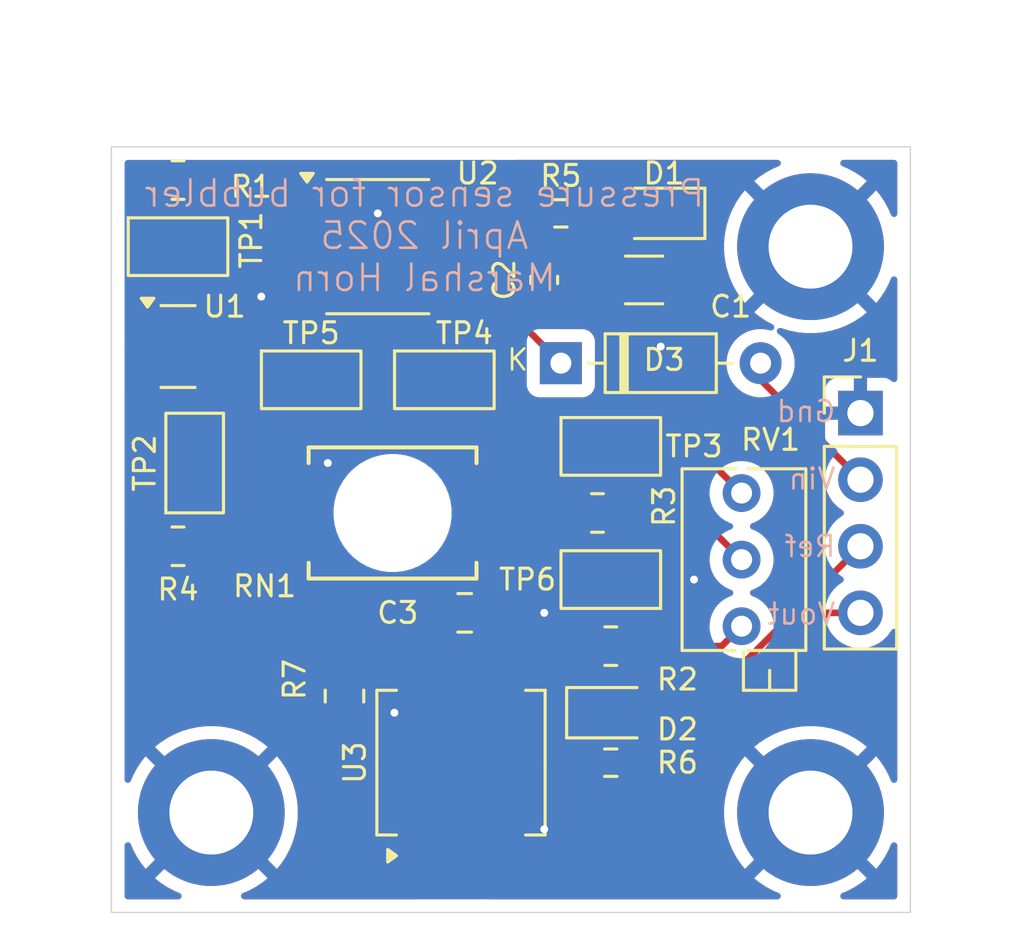
<source format=kicad_pcb>
(kicad_pcb (version 20241229) (generator "pcbnew") (generator_version "9.0")
  (layers (0 "F.Cu" signal) (2 "B.Cu" signal) (13 "F.Paste" user) (15 "B.Paste" user) (5 "F.SilkS" user "F.Silkscreen") (7 "B.SilkS" user "B.Silkscreen") (1 "F.Mask" user) (3 "B.Mask" user) (25 "Edge.Cuts" user))
  (net 0 "")
  (net 1 "GND")
  (net 2 "+12V")
  (net 3 "Net-(D1-A)")
  (net 4 "Net-(D2-A)")
  (net 5 "/PRESS_RET")
  (net 6 "Net-(D3-A)")
  (net 7 "/PRESSURE")
  (net 8 "Net-(U1-K)")
  (net 9 "Net-(R2-Pad1)")
  (net 10 "Net-(R3-Pad1)")
  (net 11 "Net-(RN1-(-))")
  (net 12 "Net-(RN1-Gnd)")
  (net 13 "Net-(R7-Pad2)")
  (net 14 "Net-(R7-Pad1)")
  (net 15 "Net-(RN1-(+))")
  (net 16 "Net-(RN1-Vin)")
  (footprint "Package_TO_SOT_SMD:SOT-23" (layer "F.Cu") (at 113.03 63.5)
    (property "Reference" "U1" (at 1.778 -1.524 0) (layer "F.SilkS") (effects (font (size 0.8 0.8) (thickness 0.12))))
    (property "Value" "LM4041DYM3-1.2")
    (fp_line (start 0 -1.56) (end -0.65 -1.56) (stroke (width 0.12)) (layer "F.SilkS"))
    (fp_line (start 0 -1.56) (end 0.65 -1.56) (stroke (width 0.12)) (layer "F.SilkS"))
    (fp_line (start 0 1.56) (end -0.65 1.56) (stroke (width 0.12)) (layer "F.SilkS"))
    (fp_line (start 0 1.56) (end 0.65 1.56) (stroke (width 0.12)) (layer "F.SilkS"))
    (fp_poly (pts (xy -1.1625 -1.51) (xy -1.4025 -1.84) (xy -0.9225 -1.84)) (stroke (width 0.12)) (fill yes) (layer "F.SilkS"))
    (pad "1" smd roundrect (at -0.9375 -0.95) (size 1.475 0.6) (layers "F.Cu" "F.Mask" "F.Paste") (net 8 "Net-(U1-K)"))
    (pad "2" smd roundrect (at -0.9375 0.95) (size 1.475 0.6) (layers "F.Cu" "F.Mask" "F.Paste") (net 1 "GND"))
    (pad "3" smd roundrect (at 0.9375 0) (size 1.475 0.6) (layers "F.Cu" "F.Mask" "F.Paste"))
  )
  (footprint "MountingHole:MountingHole_3.2mm_M3_DIN965_Pad" (layer "F.Cu") (at 137.16 81.28)
    (property "Reference" "H3" (hide yes))
    (property "Value" "MountingHole_Pad")
    (pad "1" thru_hole circle (at 0 0) (size 5.6 5.6) (drill 3.2) (layers "*.Cu" "*.Mask") (net 1 "GND"))
  )
  (footprint "Package_SO:SOIC-8_3.9x4.9mm_P1.27mm" (layer "F.Cu") (at 120.65 59.69)
    (property "Reference" "U2" (at 3.81 -2.794 0) (layer "F.SilkS") (effects (font (size 0.8 0.8) (thickness 0.12))))
    (property "Value" "TLV07")
    (fp_line (start 0 -2.56) (end -1.95 -2.56) (stroke (width 0.12)) (layer "F.SilkS"))
    (fp_line (start 0 -2.56) (end 1.95 -2.56) (stroke (width 0.12)) (layer "F.SilkS"))
    (fp_line (start 0 2.56) (end -1.95 2.56) (stroke (width 0.12)) (layer "F.SilkS"))
    (fp_line (start 0 2.56) (end 1.95 2.56) (stroke (width 0.12)) (layer "F.SilkS"))
    (fp_poly (pts (xy -2.7 -2.465) (xy -2.94 -2.795) (xy -2.46 -2.795)) (stroke (width 0.12)) (fill yes) (layer "F.SilkS"))
    (pad "1" smd roundrect (at -2.475 -1.905) (size 1.95 0.6) (layers "F.Cu" "F.Mask" "F.Paste"))
    (pad "2" smd roundrect (at -2.475 -0.635) (size 1.95 0.6) (layers "F.Cu" "F.Mask" "F.Paste") (net 12 "Net-(RN1-Gnd)"))
    (pad "3" smd roundrect (at -2.475 0.635) (size 1.95 0.6) (layers "F.Cu" "F.Mask" "F.Paste") (net 8 "Net-(U1-K)"))
    (pad "4" smd roundrect (at -2.475 1.905) (size 1.95 0.6) (layers "F.Cu" "F.Mask" "F.Paste") (net 1 "GND"))
    (pad "5" smd roundrect (at 2.475 1.905) (size 1.95 0.6) (layers "F.Cu" "F.Mask" "F.Paste"))
    (pad "6" smd roundrect (at 2.475 0.635) (size 1.95 0.6) (layers "F.Cu" "F.Mask" "F.Paste") (net 16 "Net-(RN1-Vin)"))
    (pad "7" smd roundrect (at 2.475 -0.635) (size 1.95 0.6) (layers "F.Cu" "F.Mask" "F.Paste") (net 2 "+12V"))
    (pad "8" smd roundrect (at 2.475 -1.905) (size 1.95 0.6) (layers "F.Cu" "F.Mask" "F.Paste"))
  )
  (footprint "Potentiometer_THT:Potentiometer_Bourns_3266Z_Horizontal" (layer "F.Cu") (at 134.53 69.09 90)
    (property "Reference" "RV1" (at 2.034 1.106 180) (layer "F.SilkS") (effects (font (size 0.8 0.8) (thickness 0.12))))
    (property "Value" "20k")
    (fp_line (start 0.925 -2.27) (end 0.925 -0.217) (stroke (width 0.12)) (layer "F.SilkS"))
    (fp_line (start -6.005 -2.27) (end 0.925 -2.27) (stroke (width 0.12)) (layer "F.SilkS"))
    (fp_line (start -6.005 -2.27) (end -6.005 -0.217) (stroke (width 0.12)) (layer "F.SilkS"))
    (fp_line (start -7.525 0.07) (end -6.027 0.07) (stroke (width 0.12)) (layer "F.SilkS"))
    (fp_line (start -7.525 0.07) (end -7.525 2.07) (stroke (width 0.12)) (layer "F.SilkS"))
    (fp_line (start 0.925 0.217) (end 0.925 2.45) (stroke (width 0.12)) (layer "F.SilkS"))
    (fp_line (start -6.005 0.217) (end -6.005 2.07) (stroke (width 0.12)) (layer "F.SilkS"))
    (fp_line (start -6.005 0.217) (end -6.005 2.45) (stroke (width 0.12)) (layer "F.SilkS"))
    (fp_line (start -7.525 1.07) (end -6.765 1.07) (stroke (width 0.12)) (layer "F.SilkS"))
    (fp_line (start -7.525 2.07) (end -6.005 2.07) (stroke (width 0.12)) (layer "F.SilkS"))
    (fp_line (start -6.005 2.45) (end 0.925 2.45) (stroke (width 0.12)) (layer "F.SilkS"))
    (pad "1" thru_hole circle (at 0 0 90) (size 1.44 1.44) (drill 0.8) (layers "*.Cu" "*.Mask") (net 16 "Net-(RN1-Vin)"))
    (pad "2" thru_hole circle (at -2.54 0 90) (size 1.44 1.44) (drill 0.8) (layers "*.Cu" "*.Mask") (net 10 "Net-(R3-Pad1)"))
    (pad "3" thru_hole circle (at -5.08 0 90) (size 1.44 1.44) (drill 0.8) (layers "*.Cu" "*.Mask") (net 9 "Net-(R2-Pad1)"))
  )
  (footprint "bubbler:TestPoint_Keystone_5015_Micro_Mini" (layer "F.Cu") (at 118.11 64.77)
    (property "Reference" "TP5" (at 0 -1.778 0) (layer "F.SilkS") (effects (font (size 0.8 0.8) (thickness 0.12))))
    (property "Value" "TestPoint")
    (fp_rect (start -1.9 -1.1) (end 1.9 1.1) (stroke (width 0.12)) (fill no) (layer "F.SilkS"))
    (pad "1" smd roundrect (at 0 0) (size 3.4 1.8) (layers "F.Cu" "F.Mask" "F.Paste") (roundrect_rratio 0.1388888889) (net 15 "Net-(RN1-(+))"))
  )
  (footprint "Resistor_SMD:R_0805_2012Metric" (layer "F.Cu") (at 129.032 69.85 180)
    (property "Reference" "R3" (at -2.54 0.254 90) (layer "F.SilkS") (effects (font (size 0.8 0.8) (thickness 0.12))))
    (property "Value" "1M")
    (fp_line (start -0.227064 0.735) (end 0.227064 0.735) (stroke (width 0.12)) (layer "F.SilkS"))
    (fp_line (start -0.227064 -0.735) (end 0.227064 -0.735) (stroke (width 0.12)) (layer "F.SilkS"))
    (pad "1" smd roundrect (at -0.9125 0 180) (size 1.025 1.4) (layers "F.Cu" "F.Mask" "F.Paste") (roundrect_rratio 0.243902) (net 10 "Net-(R3-Pad1)"))
    (pad "2" smd roundrect (at 0.9125 0 180) (size 1.025 1.4) (layers "F.Cu" "F.Mask" "F.Paste") (roundrect_rratio 0.243902) (net 11 "Net-(RN1-(-))"))
  )
  (footprint "MountingHole:MountingHole_3.2mm_M3_DIN965_Pad" (layer "F.Cu") (at 137.16 59.69)
    (property "Reference" "H1" (hide yes))
    (property "Value" "MountingHole_Pad")
    (pad "1" thru_hole circle (at 0 0) (size 5.6 5.6) (drill 3.2) (layers "*.Cu" "*.Mask") (net 1 "GND"))
  )
  (footprint "Capacitor_SMD:C_1206_3216Metric" (layer "F.Cu") (at 130.81 60.96)
    (property "Reference" "C1" (at 3.302 1.016 0) (layer "F.SilkS") (effects (font (size 0.8 0.8) (thickness 0.12))))
    (property "Value" "10u")
    (fp_line (start -0.711252 -0.91) (end 0.711252 -0.91) (stroke (width 0.12)) (layer "F.SilkS"))
    (fp_line (start -0.711252 0.91) (end 0.711252 0.91) (stroke (width 0.12)) (layer "F.SilkS"))
    (pad "1" smd roundrect (at -1.475 0) (size 1.15 1.8) (layers "F.Cu" "F.Mask" "F.Paste") (roundrect_rratio 0.217391) (net 2 "+12V"))
    (pad "2" smd roundrect (at 1.475 0) (size 1.15 1.8) (layers "F.Cu" "F.Mask" "F.Paste") (roundrect_rratio 0.217391) (net 1 "GND"))
  )
  (footprint "Resistor_SMD:R_0805_2012Metric" (layer "F.Cu") (at 119.38 76.835 -90)
    (property "Reference" "R7" (at -0.635 1.905 90) (layer "F.SilkS") (effects (font (size 0.8 0.8) (thickness 0.12))))
    (property "Value" "49.9")
    (fp_line (start -0.227064 0.735) (end 0.227064 0.735) (stroke (width 0.12)) (layer "F.SilkS"))
    (fp_line (start -0.227064 -0.735) (end 0.227064 -0.735) (stroke (width 0.12)) (layer "F.SilkS"))
    (pad "1" smd roundrect (at -0.9125 0 270) (size 1.025 1.4) (layers "F.Cu" "F.Mask" "F.Paste") (roundrect_rratio 0.243902) (net 14 "Net-(R7-Pad1)"))
    (pad "2" smd roundrect (at 0.9125 0 270) (size 1.025 1.4) (layers "F.Cu" "F.Mask" "F.Paste") (roundrect_rratio 0.243902) (net 13 "Net-(R7-Pad2)"))
  )
  (footprint "Resistor_SMD:R_0805_2012Metric" (layer "F.Cu") (at 113.03 71.12 180)
    (property "Reference" "R4" (at 0 -1.65 0) (layer "F.SilkS") (effects (font (size 0.8 0.8) (thickness 0.12))))
    (property "Value" "12k")
    (fp_line (start -0.227064 0.735) (end 0.227064 0.735) (stroke (width 0.12)) (layer "F.SilkS"))
    (fp_line (start -0.227064 -0.735) (end 0.227064 -0.735) (stroke (width 0.12)) (layer "F.SilkS"))
    (pad "1" smd roundrect (at -0.9125 0 180) (size 1.025 1.4) (layers "F.Cu" "F.Mask" "F.Paste") (roundrect_rratio 0.243902) (net 12 "Net-(RN1-Gnd)"))
    (pad "2" smd roundrect (at 0.9125 0 180) (size 1.025 1.4) (layers "F.Cu" "F.Mask" "F.Paste") (roundrect_rratio 0.243902) (net 1 "GND"))
  )
  (footprint "Connector_PinHeader_2.54mm:PinHeader_1x04_P2.54mm_Vertical" (layer "F.Cu") (at 139.065 66.04)
    (property "Reference" "J1" (at 0 -2.38 0) (layer "F.SilkS") (effects (font (size 0.8 0.8) (thickness 0.12))))
    (property "Value" "Conn_01x04_Pin")
    (fp_line (start -1.38 -1.38) (end 0 -1.38) (stroke (width 0.12)) (layer "F.SilkS"))
    (fp_line (start -1.38 0) (end -1.38 -1.38) (stroke (width 0.12)) (layer "F.SilkS"))
    (fp_line (start -1.38 1.27) (end -1.38 9) (stroke (width 0.12)) (layer "F.SilkS"))
    (fp_line (start -1.38 1.27) (end 1.38 1.27) (stroke (width 0.12)) (layer "F.SilkS"))
    (fp_line (start -1.38 9) (end 1.38 9) (stroke (width 0.12)) (layer "F.SilkS"))
    (fp_line (start 1.38 1.27) (end 1.38 9) (stroke (width 0.12)) (layer "F.SilkS"))
    (pad "1" thru_hole rect (at 0 0) (size 1.7 1.7) (drill 1) (layers "*.Cu" "*.Mask") (net 1 "GND"))
    (pad "2" thru_hole circle (at 0 2.54) (size 1.7 1.7) (drill 1) (layers "*.Cu" "*.Mask") (net 6 "Net-(D3-A)"))
    (pad "3" thru_hole circle (at 0 5.08) (size 1.7 1.7) (drill 1) (layers "*.Cu" "*.Mask") (net 5 "/PRESS_RET"))
    (pad "4" thru_hole circle (at 0 7.62) (size 1.7 1.7) (drill 1) (layers "*.Cu" "*.Mask") (net 7 "/PRESSURE"))
  )
  (footprint "Package_SO:SOIC-8_5.3x6.2mm_P1.27mm" (layer "F.Cu") (at 123.825 79.375 90)
    (property "Reference" "U3" (at 0 -4.05 90) (layer "F.SilkS") (effects (font (size 0.8 0.8) (thickness 0.12))))
    (property "Value" "INA823DR")
    (fp_line (start 2.76 -3.21) (end 2.76 -2.465) (stroke (width 0.12)) (layer "F.SilkS"))
    (fp_line (start 0 -3.21) (end 2.76 -3.21) (stroke (width 0.12)) (layer "F.SilkS"))
    (fp_line (start 0 -3.21) (end -2.76 -3.21) (stroke (width 0.12)) (layer "F.SilkS"))
    (fp_line (start -2.76 -3.21) (end -2.76 -2.465) (stroke (width 0.12)) (layer "F.SilkS"))
    (fp_line (start 2.76 3.21) (end 2.76 2.465) (stroke (width 0.12)) (layer "F.SilkS"))
    (fp_line (start 0 3.21) (end 2.76 3.21) (stroke (width 0.12)) (layer "F.SilkS"))
    (fp_line (start 0 3.21) (end -2.76 3.21) (stroke (width 0.12)) (layer "F.SilkS"))
    (fp_line (start -2.76 3.21) (end -2.76 2.465) (stroke (width 0.12)) (layer "F.SilkS"))
    (fp_poly (pts (xy -3.55 -2.465) (xy -3.79 -2.795) (xy -3.31 -2.795)) (stroke (width 0.12)) (fill yes) (layer "F.SilkS"))
    (pad "1" smd roundrect (at -3.5 -1.905 90) (size 1.9 0.6) (layers "F.Cu" "F.Mask" "F.Paste") (net 13 "Net-(R7-Pad2)"))
    (pad "2" smd roundrect (at -3.5 -0.635 90) (size 1.9 0.6) (layers "F.Cu" "F.Mask" "F.Paste") (net 11 "Net-(RN1-(-))"))
    (pad "3" smd roundrect (at -3.5 0.635 90) (size 1.9 0.6) (layers "F.Cu" "F.Mask" "F.Paste") (net 15 "Net-(RN1-(+))"))
    (pad "4" smd roundrect (at -3.5 1.905 90) (size 1.9 0.6) (layers "F.Cu" "F.Mask" "F.Paste") (net 1 "GND"))
    (pad "5" smd roundrect (at 3.5 1.905 90) (size 1.9 0.6) (layers "F.Cu" "F.Mask" "F.Paste") (net 5 "/PRESS_RET"))
    (pad "6" smd roundrect (at 3.5 0.635 90) (size 1.9 0.6) (layers "F.Cu" "F.Mask" "F.Paste") (net 7 "/PRESSURE"))
    (pad "7" smd roundrect (at 3.5 -0.635 90) (size 1.9 0.6) (layers "F.Cu" "F.Mask" "F.Paste") (net 2 "+12V"))
    (pad "8" smd roundrect (at 3.5 -1.905 90) (size 1.9 0.6) (layers "F.Cu" "F.Mask" "F.Paste") (net 14 "Net-(R7-Pad1)"))
  )
  (footprint "Capacitor_SMD:C_0805_2012Metric" (layer "F.Cu") (at 123.965 73.66)
    (property "Reference" "C3" (at -2.553 0 0) (layer "F.SilkS") (effects (font (size 0.8 0.8) (thickness 0.12))))
    (property "Value" "0.1u")
    (fp_line (start -0.261252 -0.735) (end 0.261252 -0.735) (stroke (width 0.12)) (layer "F.SilkS"))
    (fp_line (start -0.261252 0.735) (end 0.261252 0.735) (stroke (width 0.12)) (layer "F.SilkS"))
    (pad "1" smd roundrect (at -0.95 0) (size 1 1.45) (layers "F.Cu" "F.Mask" "F.Paste") (net 2 "+12V"))
    (pad "2" smd roundrect (at 0.95 0) (size 1 1.45) (layers "F.Cu" "F.Mask" "F.Paste") (net 1 "GND"))
  )
  (footprint "bubbler:TestPoint_Keystone_5015_Micro_Mini" (layer "F.Cu") (at 113.665 67.945 90)
    (property "Reference" "TP2" (at 0 -1.905 90) (layer "F.SilkS") (effects (font (size 0.8 0.8) (thickness 0.12))))
    (property "Value" "TestPoint")
    (fp_rect (start -1.9 -1.1) (end 1.9 1.1) (stroke (width 0.12)) (fill no) (layer "F.SilkS"))
    (pad "1" smd roundrect (at 0 0 90) (size 3.4 1.8) (layers "F.Cu" "F.Mask" "F.Paste") (roundrect_rratio 0.1388888889) (net 12 "Net-(RN1-Gnd)"))
  )
  (footprint "bubbler:TestPoint_Keystone_5015_Micro_Mini" (layer "F.Cu") (at 113.03 59.69)
    (property "Reference" "TP1" (at 2.794 -0.254 90) (layer "F.SilkS") (effects (font (size 0.8 0.8) (thickness 0.12))))
    (property "Value" "TestPoint")
    (fp_rect (start -1.9 -1.1) (end 1.9 1.1) (stroke (width 0.12)) (fill no) (layer "F.SilkS"))
    (pad "1" smd roundrect (at 0 0) (size 3.4 1.8) (layers "F.Cu" "F.Mask" "F.Paste") (roundrect_rratio 0.1388888889) (net 8 "Net-(U1-K)"))
  )
  (footprint "LED_SMD:LED_0805_2012Metric" (layer "F.Cu") (at 131.445 58.42 180)
    (property "Reference" "D1" (at -0.127 1.524 0) (layer "F.SilkS") (effects (font (size 0.8 0.8) (thickness 0.12))))
    (property "Value" "LED")
    (fp_line (start 1 -0.96) (end -1.685 -0.96) (stroke (width 0.12)) (layer "F.SilkS"))
    (fp_line (start -1.685 0.96) (end 1 0.96) (stroke (width 0.12)) (layer "F.SilkS"))
    (fp_line (start -1.685 -0.96) (end -1.685 0.96) (stroke (width 0.12)) (layer "F.SilkS"))
    (pad "1" smd roundrect (at -0.9375 0 180) (size 0.975 1.4) (layers "F.Cu" "F.Mask" "F.Paste") (net 1 "GND"))
    (pad "2" smd roundrect (at 0.9375 0 180) (size 0.975 1.4) (layers "F.Cu" "F.Mask" "F.Paste") (net 3 "Net-(D1-A)"))
  )
  (footprint "bubbler:TestPoint_Keystone_5015_Micro_Mini" (layer "F.Cu") (at 129.54 67.31)
    (property "Reference" "TP3" (at 3.175 0 0) (layer "F.SilkS") (effects (font (size 0.8 0.8) (thickness 0.12))))
    (property "Value" "TestPoint")
    (fp_rect (start -1.9 -1.1) (end 1.9 1.1) (stroke (width 0.12)) (fill no) (layer "F.SilkS"))
    (pad "1" smd roundrect (at 0 0) (size 3.4 1.8) (layers "F.Cu" "F.Mask" "F.Paste") (roundrect_rratio 0.1388888889) (net 10 "Net-(R3-Pad1)"))
  )
  (footprint "Diode_THT:D_DO-35_SOD27_P7.62mm_Horizontal" (layer "F.Cu") (at 127.635 64.135)
    (property "Reference" "D3" (at 3.937 -0.127 0) (layer "F.SilkS") (effects (font (size 0.8 0.8) (thickness 0.12))))
    (property "Value" "1N4148")
    (fp_line (start 1.04 0) (end 1.69 0) (stroke (width 0.12)) (layer "F.SilkS"))
    (fp_line (start 1.69 -1.12) (end 1.69 1.12) (stroke (width 0.12)) (layer "F.SilkS"))
    (fp_line (start 1.69 1.12) (end 5.93 1.12) (stroke (width 0.12)) (layer "F.SilkS"))
    (fp_line (start 2.29 -1.12) (end 2.29 1.12) (stroke (width 0.12)) (layer "F.SilkS"))
    (fp_line (start 2.41 -1.12) (end 2.41 1.12) (stroke (width 0.12)) (layer "F.SilkS"))
    (fp_line (start 2.53 -1.12) (end 2.53 1.12) (stroke (width 0.12)) (layer "F.SilkS"))
    (fp_line (start 5.93 -1.12) (end 1.69 -1.12) (stroke (width 0.12)) (layer "F.SilkS"))
    (fp_line (start 5.93 1.12) (end 5.93 -1.12) (stroke (width 0.12)) (layer "F.SilkS"))
    (fp_line (start 6.58 0) (end 5.93 0) (stroke (width 0.12)) (layer "F.SilkS"))
    (fp_text user "K" (at -1.651 -0.127 0) (layer "F.SilkS") (effects (font (size 0.8 0.8) (thickness 0.1) (bold yes))))
    (pad "1" thru_hole rect (at 0 0) (size 1.6 1.6) (drill 0.8) (layers "*.Cu" "*.Mask") (net 2 "+12V"))
    (pad "2" thru_hole oval (at 7.62 0) (size 1.6 1.6) (drill 0.8) (layers "*.Cu" "*.Mask") (net 6 "Net-(D3-A)"))
  )
  (footprint "Resistor_SMD:R_0603_1608Metric" (layer "F.Cu") (at 127.635 58.42)
    (property "Reference" "R5" (at 0 -1.43 0) (layer "F.SilkS") (effects (font (size 0.8 0.8) (thickness 0.12))))
    (property "Value" "2.2k")
    (fp_line (start -0.237258 -0.5225) (end 0.237258 -0.5225) (stroke (width 0.12)) (layer "F.SilkS"))
    (fp_line (start -0.237258 0.5225) (end 0.237258 0.5225) (stroke (width 0.12)) (layer "F.SilkS"))
    (pad "1" smd roundrect (at -0.825 0) (size 0.8 0.95) (layers "F.Cu" "F.Mask" "F.Paste") (net 2 "+12V"))
    (pad "2" smd roundrect (at 0.825 0) (size 0.8 0.95) (layers "F.Cu" "F.Mask" "F.Paste") (net 3 "Net-(D1-A)"))
  )
  (footprint "Resistor_SMD:R_0805_2012Metric" (layer "F.Cu") (at 113.03 57.15 180)
    (property "Reference" "R1" (at -2.794 -0.254 0) (layer "F.SilkS") (effects (font (size 0.8 0.8) (thickness 0.12))))
    (property "Value" "12k")
    (fp_line (start -0.227064 0.735) (end 0.227064 0.735) (stroke (width 0.12)) (layer "F.SilkS"))
    (fp_line (start -0.227064 -0.735) (end 0.227064 -0.735) (stroke (width 0.12)) (layer "F.SilkS"))
    (pad "1" smd roundrect (at -0.9125 0 180) (size 1.025 1.4) (layers "F.Cu" "F.Mask" "F.Paste") (roundrect_rratio 0.243902) (net 2 "+12V"))
    (pad "2" smd roundrect (at 0.9125 0 180) (size 1.025 1.4) (layers "F.Cu" "F.Mask" "F.Paste") (roundrect_rratio 0.243902) (net 8 "Net-(U1-K)"))
  )
  (footprint "bubbler:2SMPP-02_OMR" (layer "F.Cu") (at 121.215 69.85)
    (property "Reference" "RN1" (at -4.883 2.794 0) (layer "F.SilkS") (effects (font (size 0.8 0.8) (thickness 0.12))))
    (property "Value" "2SMPP-02")
    (fp_line (start -3.202 -2.502) (end -3.202 -1.901944) (stroke (width 0.1524)) (layer "F.SilkS"))
    (fp_line (start -3.202 1.901944) (end -3.202 2.502) (stroke (width 0.1524)) (layer "F.SilkS"))
    (fp_line (start -3.202 2.502) (end 3.202 2.502) (stroke (width 0.1524)) (layer "F.SilkS"))
    (fp_line (start 3.202 -2.502) (end -3.202 -2.502) (stroke (width 0.1524)) (layer "F.SilkS"))
    (fp_line (start 3.202 -1.901944) (end 3.202 -2.502) (stroke (width 0.1524)) (layer "F.SilkS"))
    (fp_line (start 3.202 2.502) (end 3.202 1.901944) (stroke (width 0.1524)) (layer "F.SilkS"))
    (pad "" np_thru_hole circle (at 0 0) (size 3.999992 3.999992) (drill 3.999992) (layers "*.Cu" "*.Mask"))
    (pad "1" smd rect (at -4.375 -1.27) (size 2.3 0.6) (layers "F.Cu" "F.Mask" "F.Paste") (net 15 "Net-(RN1-(+))"))
    (pad "2" smd rect (at -4.375 0) (size 2.3 0.6) (layers "F.Cu" "F.Mask" "F.Paste"))
    (pad "3" smd rect (at -4.375 1.27) (size 2.3 0.6) (layers "F.Cu" "F.Mask" "F.Paste") (net 12 "Net-(RN1-Gnd)"))
    (pad "4" smd rect (at 4.375 1.27) (size 2.3 0.6) (layers "F.Cu" "F.Mask" "F.Paste") (net 11 "Net-(RN1-(-))"))
    (pad "5" smd rect (at 4.375 0) (size 2.3 0.6) (layers "F.Cu" "F.Mask" "F.Paste"))
    (pad "6" smd rect (at 4.375 -1.27) (size 2.3 0.6) (layers "F.Cu" "F.Mask" "F.Paste") (net 16 "Net-(RN1-Vin)"))
  )
  (footprint "Resistor_SMD:R_0603_1608Metric" (layer "F.Cu") (at 129.54 79.375)
    (property "Reference" "R6" (at 2.54 0 0) (layer "F.SilkS") (effects (font (size 0.8 0.8) (thickness 0.12))))
    (property "Value" "2.2k")
    (fp_line (start -0.237258 -0.5225) (end 0.237258 -0.5225) (stroke (width 0.12)) (layer "F.SilkS"))
    (fp_line (start -0.237258 0.5225) (end 0.237258 0.5225) (stroke (width 0.12)) (layer "F.SilkS"))
    (pad "1" smd roundrect (at -0.825 0) (size 0.8 0.95) (layers "F.Cu" "F.Mask" "F.Paste") (net 7 "/PRESSURE"))
    (pad "2" smd roundrect (at 0.825 0) (size 0.8 0.95) (layers "F.Cu" "F.Mask" "F.Paste") (net 4 "Net-(D2-A)"))
  )
  (footprint "bubbler:TestPoint_Keystone_5015_Micro_Mini" (layer "F.Cu") (at 129.54 72.39 180)
    (property "Reference" "TP6" (at 3.175 0 0) (layer "F.SilkS") (effects (font (size 0.8 0.8) (thickness 0.12))))
    (property "Value" "TestPoint")
    (fp_rect (start -1.9 -1.1) (end 1.9 1.1) (stroke (width 0.12)) (fill no) (layer "F.SilkS"))
    (pad "1" smd roundrect (at 0 0 180) (size 3.4 1.8) (layers "F.Cu" "F.Mask" "F.Paste") (roundrect_rratio 0.1388888889) (net 11 "Net-(RN1-(-))"))
  )
  (footprint "MountingHole:MountingHole_3.2mm_M3_DIN965_Pad" (layer "F.Cu") (at 114.3 81.28)
    (property "Reference" "H2" (hide yes))
    (property "Value" "MountingHole_Pad")
    (pad "1" thru_hole circle (at 0 0) (size 5.6 5.6) (drill 3.2) (layers "*.Cu" "*.Mask") (net 1 "GND"))
  )
  (footprint "LED_SMD:LED_0805_2012Metric" (layer "F.Cu") (at 129.54 77.47)
    (property "Reference" "D2" (at 2.54 0.635 0) (layer "F.SilkS") (effects (font (size 0.8 0.8) (thickness 0.12))))
    (property "Value" "LED")
    (fp_line (start -1.685 -0.96) (end -1.685 0.96) (stroke (width 0.12)) (layer "F.SilkS"))
    (fp_line (start -1.685 0.96) (end 1 0.96) (stroke (width 0.12)) (layer "F.SilkS"))
    (fp_line (start 1 -0.96) (end -1.685 -0.96) (stroke (width 0.12)) (layer "F.SilkS"))
    (pad "1" smd roundrect (at -0.9375 0) (size 0.975 1.4) (layers "F.Cu" "F.Mask" "F.Paste") (net 5 "/PRESS_RET"))
    (pad "2" smd roundrect (at 0.9375 0) (size 0.975 1.4) (layers "F.Cu" "F.Mask" "F.Paste") (net 4 "Net-(D2-A)"))
  )
  (footprint "Resistor_SMD:R_0805_2012Metric" (layer "F.Cu") (at 129.54 74.93 180)
    (property "Reference" "R2" (at -2.54 -1.27 0) (layer "F.SilkS") (effects (font (size 0.8 0.8) (thickness 0.12))))
    (property "Value" "12k")
    (fp_line (start -0.227064 0.735) (end 0.227064 0.735) (stroke (width 0.12)) (layer "F.SilkS"))
    (fp_line (start -0.227064 -0.735) (end 0.227064 -0.735) (stroke (width 0.12)) (layer "F.SilkS"))
    (pad "1" smd roundrect (at -0.9125 0 180) (size 1.025 1.4) (layers "F.Cu" "F.Mask" "F.Paste") (roundrect_rratio 0.243902) (net 9 "Net-(R2-Pad1)"))
    (pad "2" smd roundrect (at 0.9125 0 180) (size 1.025 1.4) (layers "F.Cu" "F.Mask" "F.Paste") (roundrect_rratio 0.243902) (net 1 "GND"))
  )
  (footprint "bubbler:TestPoint_Keystone_5015_Micro_Mini" (layer "F.Cu") (at 123.19 64.77)
    (property "Reference" "TP4" (at 0.762 -1.778 0) (layer "F.SilkS") (effects (font (size 0.8 0.8) (thickness 0.12))))
    (property "Value" "TestPoint")
    (fp_rect (start -1.9 -1.1) (end 1.9 1.1) (stroke (width 0.12)) (fill no) (layer "F.SilkS"))
    (pad "1" smd roundrect (at 0 0) (size 3.4 1.8) (layers "F.Cu" "F.Mask" "F.Paste") (roundrect_rratio 0.1388888889) (net 16 "Net-(RN1-Vin)"))
  )
  (footprint "Capacitor_SMD:C_0603_1608Metric" (layer "F.Cu") (at 127 60.96 -90)
    (property "Reference" "C2" (at 0 1.524 90) (layer "F.SilkS") (effects (font (size 0.8 0.8) (thickness 0.12))))
    (property "Value" "0.1u")
    (fp_line (start -0.14058 0.51) (end 0.14058 0.51) (stroke (width 0.12)) (layer "F.SilkS"))
    (fp_line (start -0.14058 -0.51) (end 0.14058 -0.51) (stroke (width 0.12)) (layer "F.SilkS"))
    (pad "1" smd roundrect (at -0.775 0 270) (size 0.9 0.95) (layers "F.Cu" "F.Mask" "F.Paste") (net 2 "+12V"))
    (pad "2" smd roundrect (at 0.775 0 270) (size 0.9 0.95) (layers "F.Cu" "F.Mask" "F.Paste") (net 1 "GND"))
  )
  (gr_rect (start 110.49 55.88) (end 140.97 85.09) (stroke (width 0.05)) (fill no) (layer "Edge.Cuts"))
  (gr_text "Gnd\n\nVin\n\nRef\n\nVout" (at 138.176 74.168 0) (layer "B.SilkS") (effects (font (size 0.8 0.8) (thickness 0.1)) (justify left bottom mirror)))
  (gr_text "Pressure sensor for bubbler\nApril 2025\nMarshal Horn" (at 122.428 61.468 0) (layer "B.SilkS") (effects (font (size 1 1) (thickness 0.1)) (justify bottom mirror)))
  (segment (start 114.43515 64.45) (end 112.0925 64.45) (width 0.254) (layer "F.Cu") (net 1))
  (segment (start 118.175 61.595) (end 117.29015 61.595) (width 0.254) (layer "F.Cu") (net 1))
  (segment (start 132.285 60.96) (end 132.285 58.5175) (width 0.254) (layer "F.Cu") (net 1))
  (segment (start 131.445 63.5) (end 132.285 62.66) (width 0.254) (layer "F.Cu") (net 1))
  (segment (start 112.0925 64.45) (end 112.0925 71.095) (width 0.254) (layer "F.Cu") (net 1))
  (segment (start 125.73 82.875) (end 126.04 82.875) (width 0.254) (layer "F.Cu") (net 1))
  (segment (start 118.175 61.595) (end 116.205 61.595) (width 0.254) (layer "F.Cu") (net 1))
  (segment (start 127.453 62.188) (end 131.057 62.188) (width 0.254) (layer "F.Cu") (net 1))
  (segment (start 132.285 62.66) (end 132.285 60.96) (width 0.254) (layer "F.Cu") (net 1))
  (segment (start 127.3575 73.66) (end 128.6275 74.93) (width 0.254) (layer "F.Cu") (net 1))
  (segment (start 117.29015 61.595) (end 114.43515 64.45) (width 0.254) (layer "F.Cu") (net 1))
  (segment (start 124.915 73.66) (end 127 73.66) (width 0.254) (layer "F.Cu") (net 1))
  (segment (start 126.04 82.875) (end 127 81.915) (width 0.254) (layer "F.Cu") (net 1))
  (segment (start 131.057 62.188) (end 132.285 60.96) (width 0.254) (layer "F.Cu") (net 1))
  (segment (start 132.285 58.5175) (end 132.3825 58.42) (width 0.254) (layer "F.Cu") (net 1))
  (segment (start 112.0925 71.095) (end 112.1175 71.12) (width 0.254) (layer "F.Cu") (net 1))
  (segment (start 127 61.735) (end 127.453 62.188) (width 0.254) (layer "F.Cu") (net 1))
  (segment (start 127 73.66) (end 127.3575 73.66) (width 0.254) (layer "F.Cu") (net 1))
  (via (at 131.445 63.5) (size 0.6) (drill 0.3) (layers "F.Cu" "B.Cu") (net 1))
  (via (at 127 73.66) (size 0.6) (drill 0.3) (layers "F.Cu" "B.Cu") (net 1))
  (via (at 132.715 72.39) (size 0.6) (drill 0.3) (layers "F.Cu" "B.Cu") (net 1))
  (via (at 120.65 58.42) (size 0.6) (drill 0.3) (layers "F.Cu" "B.Cu") (net 1))
  (via (at 121.285 77.47) (size 0.6) (drill 0.3) (layers "F.Cu" "B.Cu") (net 1))
  (via (at 116.205 61.595) (size 0.6) (drill 0.3) (layers "F.Cu" "B.Cu") (net 1))
  (via (at 127 81.915) (size 0.6) (drill 0.3) (layers "F.Cu" "B.Cu") (net 1))
  (via (at 118.745 67.945) (size 0.6) (drill 0.3) (layers "F.Cu" "B.Cu") (net 1))
  (segment (start 127 81.915) (end 127 73.66) (width 0.254) (layer "B.Cu") (net 1))
  (segment (start 131.445 63.5) (end 133.985 66.04) (width 0.254) (layer "B.Cu") (net 1))
  (segment (start 116.205 61.595) (end 129.54 61.595) (width 0.254) (layer "B.Cu") (net 1))
  (segment (start 127 67.945) (end 131.445 63.5) (width 0.254) (layer "B.Cu") (net 1))
  (segment (start 133.985 66.04) (end 139.065 66.04) (width 0.254) (layer "B.Cu") (net 1))
  (segment (start 127 73.66) (end 127 67.945) (width 0.254) (layer "B.Cu") (net 1))
  (segment (start 129.54 61.595) (end 131.445 63.5) (width 0.254) (layer "B.Cu") (net 1))
  (segment (start 127 60.185) (end 128.56 60.185) (width 0.254) (layer "F.Cu") (net 2))
  (segment (start 127 60.185) (end 126.197 60.988) (width 0.254) (layer "F.Cu") (net 2))
  (segment (start 126.197 60.988) (end 126.197 62.697) (width 0.254) (layer "F.Cu") (net 2))
  (segment (start 123.19 75.875) (end 123.19 74.155) (width 0.254) (layer "F.Cu") (net 2))
  (segment (start 113.9425 57.15) (end 125.54 57.15) (width 0.254) (layer "F.Cu") (net 2))
  (segment (start 120.83 60.78) (end 122.555 59.055) (width 0.254) (layer "F.Cu") (net 2))
  (segment (start 123.015 73.66) (end 123.015 72.935) (width 0.254) (layer "F.Cu") (net 2))
  (segment (start 126.197 62.697) (end 127.635 64.135) (width 0.254) (layer "F.Cu") (net 2))
  (segment (start 123.015 72.935) (end 123.825 72.125) (width 0.254) (layer "F.Cu") (net 2))
  (segment (start 127 58.61) (end 126.81 58.42) (width 0.254) (layer "F.Cu") (net 2))
  (segment (start 125.54 57.15) (end 126.81 58.42) (width 0.254) (layer "F.Cu") (net 2))
  (segment (start 123.825 68.58) (end 120.83 65.585) (width 0.254) (layer "F.Cu") (net 2))
  (segment (start 123.125 59.055) (end 126.175 59.055) (width 0.254) (layer "F.Cu") (net 2))
  (segment (start 127 60.185) (end 127 58.61) (width 0.254) (layer "F.Cu") (net 2))
  (segment (start 128.56 60.185) (end 129.335 60.96) (width 0.254) (layer "F.Cu") (net 2))
  (segment (start 120.83 65.585) (end 120.83 60.78) (width 0.254) (layer "F.Cu") (net 2))
  (segment (start 123.825 72.125) (end 123.825 68.58) (width 0.254) (layer "F.Cu") (net 2))
  (segment (start 126.175 59.055) (end 126.81 58.42) (width 0.254) (layer "F.Cu") (net 2))
  (segment (start 122.555 59.055) (end 123.125 59.055) (width 0.254) (layer "F.Cu") (net 2))
  (segment (start 128.46 58.42) (end 130.5075 58.42) (width 0.254) (layer "F.Cu") (net 3))
  (segment (start 130.365 77.5825) (end 130.4775 77.47) (width 0.254) (layer "F.Cu") (net 4))
  (segment (start 130.365 79.375) (end 130.365 77.5825) (width 0.254) (layer "F.Cu") (net 4))
  (segment (start 128.6025 77.47) (end 129.6305 76.442) (width 0.254) (layer "F.Cu") (net 5))
  (segment (start 127.325 77.47) (end 128.6025 77.47) (width 0.254) (layer "F.Cu") (net 5))
  (segment (start 129.6305 76.442) (end 133.743 76.442) (width 0.254) (layer "F.Cu") (net 5))
  (segment (start 125.73 75.875) (end 127.325 77.47) (width 0.254) (layer "F.Cu") (net 5))
  (segment (start 133.743 76.442) (end 139.065 71.12) (width 0.254) (layer "F.Cu") (net 5))
  (segment (start 135.255 64.77) (end 139.065 68.58) (width 0.254) (layer "F.Cu") (net 6))
  (segment (start 135.255 64.135) (end 135.255 64.77) (width 0.254) (layer "F.Cu") (net 6))
  (segment (start 129.518 80.178) (end 128.715 79.375) (width 0.254) (layer "F.Cu") (net 7))
  (segment (start 124.46 76.824999) (end 127.010001 79.375) (width 0.254) (layer "F.Cu") (net 7))
  (segment (start 124.46 75.875) (end 124.46 76.824999) (width 0.254) (layer "F.Cu") (net 7))
  (segment (start 127.010001 79.375) (end 128.715 79.375) (width 0.254) (layer "F.Cu") (net 7))
  (segment (start 131.277 80.178) (end 129.518 80.178) (width 0.254) (layer "F.Cu") (net 7))
  (segment (start 137.795 73.66) (end 131.277 80.178) (width 0.254) (layer "F.Cu") (net 7))
  (segment (start 139.065 73.66) (end 137.795 73.66) (width 0.254) (layer "F.Cu") (net 7))
  (segment (start 113.665 60.325) (end 113.03 59.69) (width 0.254) (layer "F.Cu") (net 8))
  (segment (start 113.03 61.6125) (end 113.03 59.69) (width 0.254) (layer "F.Cu") (net 8))
  (segment (start 118.175 60.325) (end 113.665 60.325) (width 0.254) (layer "F.Cu") (net 8))
  (segment (start 112.1175 57.15) (end 112.1175 58.7775) (width 0.254) (layer "F.Cu") (net 8))
  (segment (start 112.1175 58.7775) (end 113.03 59.69) (width 0.254) (layer "F.Cu") (net 8))
  (segment (start 112.0925 62.55) (end 113.03 61.6125) (width 0.254) (layer "F.Cu") (net 8))
  (segment (start 133.77 74.93) (end 134.53 74.17) (width 0.254) (layer "F.Cu") (net 9))
  (segment (start 130.4525 74.93) (end 133.77 74.93) (width 0.254) (layer "F.Cu") (net 9))
  (segment (start 130.4525 69.342) (end 130.4525 68.2225) (width 0.254) (layer "F.Cu") (net 10))
  (segment (start 129.9445 69.85) (end 132.75 69.85) (width 0.254) (layer "F.Cu") (net 10))
  (segment (start 129.9445 69.85) (end 130.4525 69.342) (width 0.254) (layer "F.Cu") (net 10))
  (segment (start 132.75 69.85) (end 134.53 71.63) (width 0.254) (layer "F.Cu") (net 10))
  (segment (start 130.4525 68.2225) (end 129.54 67.31) (width 0.254) (layer "F.Cu") (net 10))
  (segment (start 125.59 71.12) (end 128.27 71.12) (width 0.254) (layer "F.Cu") (net 11))
  (segment (start 124.087 72.623) (end 124.087 74.60385) (width 0.254) (layer "F.Cu") (net 11))
  (segment (start 127.3575 71.12) (end 125.59 71.12) (width 0.254) (layer "F.Cu") (net 11))
  (segment (start 128.1195 70.358) (end 127.3575 71.12) (width 0.254) (layer "F.Cu") (net 11))
  (segment (start 124.087 74.60385) (end 123.818 74.87285) (width 0.254) (layer "F.Cu") (net 11))
  (segment (start 123.818 74.87285) (end 123.818 82.247) (width 0.254) (layer "F.Cu") (net 11))
  (segment (start 123.818 82.247) (end 123.19 82.875) (width 0.254) (layer "F.Cu") (net 11))
  (segment (start 128.27 71.12) (end 129.54 72.39) (width 0.254) (layer "F.Cu") (net 11))
  (segment (start 128.1195 69.85) (end 128.1195 70.358) (width 0.254) (layer "F.Cu") (net 11))
  (segment (start 125.59 71.12) (end 124.087 72.623) (width 0.254) (layer "F.Cu") (net 11))
  (segment (start 117.732658 62.223) (end 119.20215 62.223) (width 0.254) (layer "F.Cu") (net 12))
  (segment (start 119.20215 62.223) (end 119.478 61.94715) (width 0.254) (layer "F.Cu") (net 12))
  (segment (start 119.478 59.788) (end 118.745 59.055) (width 0.254) (layer "F.Cu") (net 12))
  (segment (start 119.478 61.94715) (end 119.478 59.788) (width 0.254) (layer "F.Cu") (net 12))
  (segment (start 113.03 66.925658) (end 117.732658 62.223) (width 0.254) (layer "F.Cu") (net 12))
  (segment (start 113.665 67.945) (end 113.665 69.215) (width 0.254) (layer "F.Cu") (net 12))
  (segment (start 113.03 67.31) (end 113.03 66.925658) (width 0.254) (layer "F.Cu") (net 12))
  (segment (start 113.665 67.945) (end 113.03 67.31) (width 0.254) (layer "F.Cu") (net 12))
  (segment (start 113.9425 71.12) (end 116.84 71.12) (width 0.254) (layer "F.Cu") (net 12))
  (segment (start 113.665 69.215) (end 113.9425 69.4925) (width 0.254) (layer "F.Cu") (net 12))
  (segment (start 113.9425 69.4925) (end 113.9425 71.12) (width 0.254) (layer "F.Cu") (net 12))
  (segment (start 118.745 59.055) (end 118.175 59.055) (width 0.254) (layer "F.Cu") (net 12))
  (segment (start 121.92 80.2875) (end 121.92 82.875) (width 0.254) (layer "F.Cu") (net 13))
  (segment (start 119.38 77.7475) (end 121.92 80.2875) (width 0.254) (layer "F.Cu") (net 13))
  (segment (start 119.38 75.9225) (end 121.8725 75.9225) (width 0.254) (layer "F.Cu") (net 14))
  (segment (start 121.8725 75.9225) (end 121.92 75.875) (width 0.254) (layer "F.Cu") (net 14))
  (segment (start 116.84 68.58) (end 117.69 68.58) (width 0.254) (layer "F.Cu") (net 15))
  (segment (start 124.46 83.824999) (end 124.46 82.875) (width 0.254) (layer "F.Cu") (net 15))
  (segment (start 122.562 74.88685) (end 122.562 83.87715) (width 0.254) (layer "F.Cu") (net 15))
  (segment (start 118.837004 71.161854) (end 122.562 74.88685) (width 0.254) (layer "F.Cu") (net 15))
  (segment (start 118.11 64.77) (end 116.84 66.04) (width 0.254) (layer "F.Cu") (net 15))
  (segment (start 118.837004 69.727004) (end 118.837004 71.161854) (width 0.254) (layer "F.Cu") (net 15))
  (segment (start 116.84 66.04) (end 116.84 68.58) (width 0.254) (layer "F.Cu") (net 15))
  (segment (start 124.131999 84.153) (end 124.46 83.824999) (width 0.254) (layer "F.Cu") (net 15))
  (segment (start 122.83785 84.153) (end 124.131999 84.153) (width 0.254) (layer "F.Cu") (net 15))
  (segment (start 117.69 68.58) (end 118.837004 69.727004) (width 0.254) (layer "F.Cu") (net 15))
  (segment (start 122.562 83.87715) (end 122.83785 84.153) (width 0.254) (layer "F.Cu") (net 15))
  (segment (start 122.150001 60.325) (end 121.285 61.190001) (width 0.254) (layer "F.Cu") (net 16))
  (segment (start 123.125 60.325) (end 122.150001 60.325) (width 0.254) (layer "F.Cu") (net 16))
  (segment (start 131.11 65.67) (end 134.53 69.09) (width 0.254) (layer "F.Cu") (net 16))
  (segment (start 124.09 65.67) (end 131.11 65.67) (width 0.254) (layer "F.Cu") (net 16))
  (segment (start 121.285 61.190001) (end 121.285 62.865) (width 0.254) (layer "F.Cu") (net 16))
  (segment (start 121.285 62.865) (end 123.19 64.77) (width 0.254) (layer "F.Cu") (net 16))
  (segment (start 123.19 64.77) (end 124.09 65.67) (width 0.254) (layer "F.Cu") (net 16))
  (segment (start 123.19 64.77) (end 125.59 67.17) (width 0.254) (layer "F.Cu") (net 16))
  (segment (start 125.59 67.17) (end 125.59 68.58) (width 0.254) (layer "F.Cu") (net 16))
  (zone (net 1) (net_name "GND") (layers "F.Cu" "B.Cu") (connect_pads (clearance 0.5)) (min_thickness 0.25) (fill yes (thermal_gap 0.5) (thermal_bridge_width 0.5))
    (polygon (pts (xy 141.605 55.245) (xy 141.605 85.725) (xy 109.855 85.725) (xy 109.855 55.245)))
  )
)
</source>
